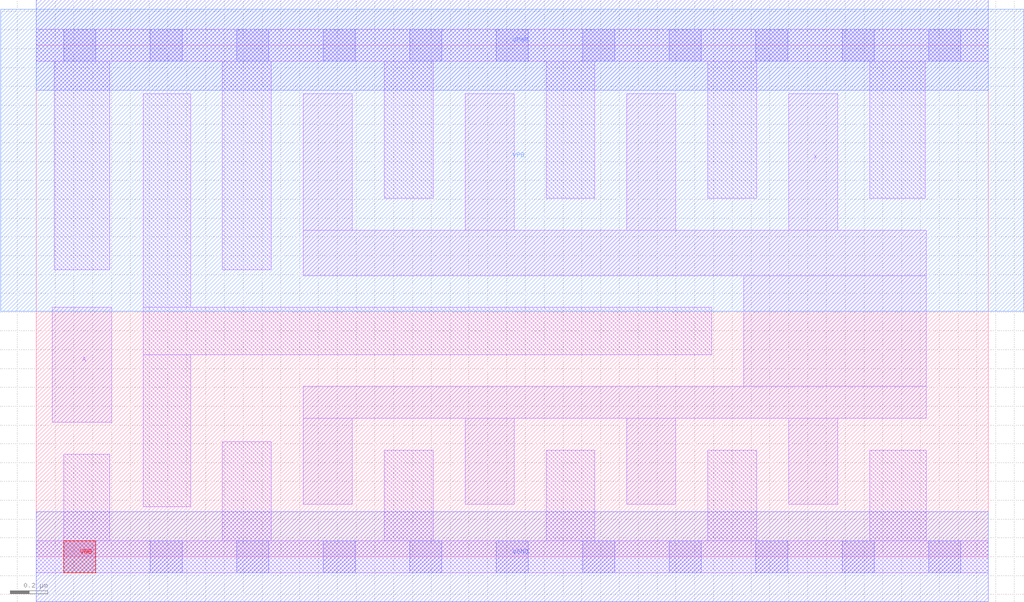
<source format=lef>
# Copyright 2020 The SkyWater PDK Authors
#
# Licensed under the Apache License, Version 2.0 (the "License");
# you may not use this file except in compliance with the License.
# You may obtain a copy of the License at
#
#     https://www.apache.org/licenses/LICENSE-2.0
#
# Unless required by applicable law or agreed to in writing, software
# distributed under the License is distributed on an "AS IS" BASIS,
# WITHOUT WARRANTIES OR CONDITIONS OF ANY KIND, either express or implied.
# See the License for the specific language governing permissions and
# limitations under the License.
#
# SPDX-License-Identifier: Apache-2.0

VERSION 5.7 ;
  NOWIREEXTENSIONATPIN ON ;
  DIVIDERCHAR "/" ;
  BUSBITCHARS "[]" ;
MACRO sky130_fd_sc_hd__clkbuf_8
  CLASS CORE ;
  FOREIGN sky130_fd_sc_hd__clkbuf_8 ;
  ORIGIN  0.000000  0.000000 ;
  SIZE  5.060000 BY  2.720000 ;
  SYMMETRY X Y R90 ;
  SITE unithd ;
  PIN A
    ANTENNAGATEAREA  0.426000 ;
    DIRECTION INPUT ;
    USE SIGNAL ;
    PORT
      LAYER li1 ;
        RECT 0.085000 0.715000 0.400000 1.325000 ;
    END
  END A
  PIN X
    ANTENNADIFFAREA  1.590400 ;
    DIRECTION OUTPUT ;
    USE SIGNAL ;
    PORT
      LAYER li1 ;
        RECT 1.420000 0.280000 1.680000 0.735000 ;
        RECT 1.420000 0.735000 4.730000 0.905000 ;
        RECT 1.420000 1.495000 4.730000 1.735000 ;
        RECT 1.420000 1.735000 1.680000 2.460000 ;
        RECT 2.280000 0.280000 2.540000 0.735000 ;
        RECT 2.280000 1.735000 2.540000 2.460000 ;
        RECT 3.140000 0.280000 3.400000 0.735000 ;
        RECT 3.140000 1.735000 3.400000 2.460000 ;
        RECT 3.760000 0.905000 4.730000 1.495000 ;
        RECT 4.000000 0.280000 4.260000 0.735000 ;
        RECT 4.000000 1.735000 4.260000 2.460000 ;
    END
  END X
  PIN VGND
    DIRECTION INOUT ;
    SHAPE ABUTMENT ;
    USE GROUND ;
    PORT
      LAYER met1 ;
        RECT 0.000000 -0.240000 5.060000 0.240000 ;
    END
  END VGND
  PIN VNB
    DIRECTION INOUT ;
    USE GROUND ;
    PORT
      LAYER pwell ;
        RECT 0.145000 -0.085000 0.315000 0.085000 ;
    END
  END VNB
  PIN VPB
    DIRECTION INOUT ;
    USE POWER ;
    PORT
      LAYER nwell ;
        RECT -0.190000 1.305000 5.250000 2.910000 ;
    END
  END VPB
  PIN VPWR
    DIRECTION INOUT ;
    SHAPE ABUTMENT ;
    USE POWER ;
    PORT
      LAYER met1 ;
        RECT 0.000000 2.480000 5.060000 2.960000 ;
    END
  END VPWR
  OBS
    LAYER li1 ;
      RECT 0.000000 -0.085000 5.060000 0.085000 ;
      RECT 0.000000  2.635000 5.060000 2.805000 ;
      RECT 0.095000  1.525000 0.390000 2.635000 ;
      RECT 0.145000  0.085000 0.390000 0.545000 ;
      RECT 0.570000  0.265000 0.820000 1.075000 ;
      RECT 0.570000  1.075000 3.590000 1.325000 ;
      RECT 0.570000  1.325000 0.820000 2.460000 ;
      RECT 0.990000  0.085000 1.250000 0.610000 ;
      RECT 0.990000  1.525000 1.250000 2.635000 ;
      RECT 1.850000  0.085000 2.110000 0.565000 ;
      RECT 1.850000  1.905000 2.110000 2.635000 ;
      RECT 2.710000  0.085000 2.970000 0.565000 ;
      RECT 2.710000  1.905000 2.970000 2.635000 ;
      RECT 3.570000  0.085000 3.830000 0.565000 ;
      RECT 3.570000  1.905000 3.830000 2.635000 ;
      RECT 4.430000  0.085000 4.730000 0.565000 ;
      RECT 4.430000  1.905000 4.725000 2.635000 ;
    LAYER mcon ;
      RECT 0.145000 -0.085000 0.315000 0.085000 ;
      RECT 0.145000  2.635000 0.315000 2.805000 ;
      RECT 0.605000 -0.085000 0.775000 0.085000 ;
      RECT 0.605000  2.635000 0.775000 2.805000 ;
      RECT 1.065000 -0.085000 1.235000 0.085000 ;
      RECT 1.065000  2.635000 1.235000 2.805000 ;
      RECT 1.525000 -0.085000 1.695000 0.085000 ;
      RECT 1.525000  2.635000 1.695000 2.805000 ;
      RECT 1.985000 -0.085000 2.155000 0.085000 ;
      RECT 1.985000  2.635000 2.155000 2.805000 ;
      RECT 2.445000 -0.085000 2.615000 0.085000 ;
      RECT 2.445000  2.635000 2.615000 2.805000 ;
      RECT 2.905000 -0.085000 3.075000 0.085000 ;
      RECT 2.905000  2.635000 3.075000 2.805000 ;
      RECT 3.365000 -0.085000 3.535000 0.085000 ;
      RECT 3.365000  2.635000 3.535000 2.805000 ;
      RECT 3.825000 -0.085000 3.995000 0.085000 ;
      RECT 3.825000  2.635000 3.995000 2.805000 ;
      RECT 4.285000 -0.085000 4.455000 0.085000 ;
      RECT 4.285000  2.635000 4.455000 2.805000 ;
      RECT 4.745000 -0.085000 4.915000 0.085000 ;
      RECT 4.745000  2.635000 4.915000 2.805000 ;
  END
END sky130_fd_sc_hd__clkbuf_8
END LIBRARY

</source>
